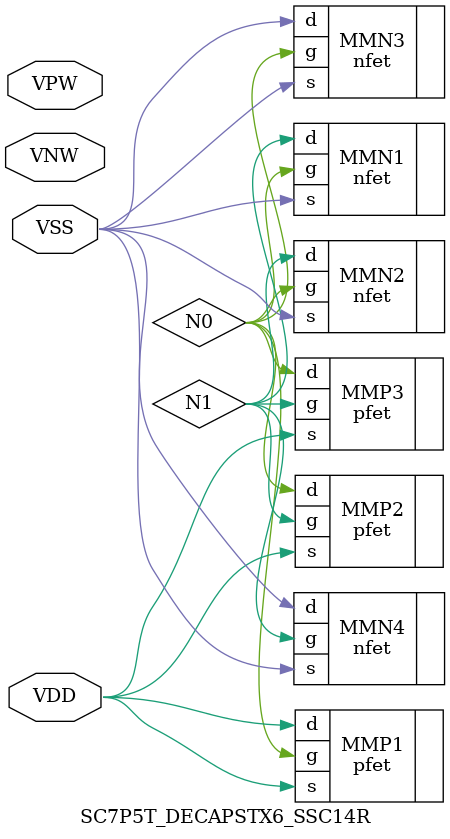
<source format=v>


module MOM1 ( CB, CT, VDD, VNW, VPW, VSS );

  inout CT;
  inout VNW;
  inout VDD;
  inout CB;
  inout VSS;
  inout VPW;

specify 
    specparam CDS_LIBNAME  = "rail12lp";
    specparam CDS_CELLNAME = "MOM1";
    specparam CDS_VIEWNAME = "schematic";
endspecify

SC7P5T_DECAPSTX6_SSC14R I2 ( VDD, VNW, VPW, VSS);
SC7P5T_DECAPSTX6_SSC14R I3 ( VDD, VNW, VPW, VSS);


endmodule

module SC7P5T_DECAPSTX6_SSC14R ( VDD, VNW, VPW, VSS );

inout  VDD, VNW, VPW, VSS;


specify 
    specparam CDS_LIBNAME  = "IN14LPP_SC7P5T_84CPP_BASE_SSC14R";
    specparam CDS_CELLNAME = "SC7P5T_DECAPSTX6_SSC14R";
    specparam CDS_VIEWNAME = "schematic";
endspecify

pfet  MMP1 ( .s(VDD), .g(N0), .d(VDD));
pfet  MMP2 ( .s(VDD), .g(N1), .d(N0));
pfet  MMP3 ( .s(VDD), .g(N1), .d(N0));
nfet  MMN1 ( .s(VSS), .g(N0), .d(N1));
nfet  MMN2 ( .s(VSS), .g(N0), .d(N1));
nfet  MMN3 ( .s(VSS), .g(N0), .d(VSS));
nfet  MMN4 ( .s(VSS), .g(N1), .d(VSS));

endmodule

</source>
